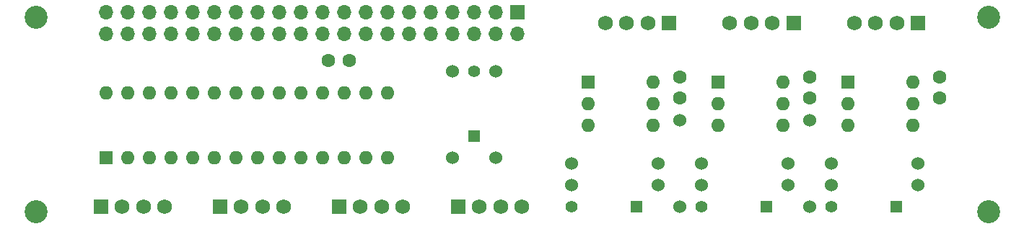
<source format=gbr>
G04 #@! TF.FileFunction,Soldermask,Bot*
%FSLAX46Y46*%
G04 Gerber Fmt 4.6, Leading zero omitted, Abs format (unit mm)*
G04 Created by KiCad (PCBNEW 4.0.6) date Tue Sep 19 20:34:46 2017*
%MOMM*%
%LPD*%
G01*
G04 APERTURE LIST*
%ADD10C,0.100000*%
%ADD11R,1.700000X1.700000*%
%ADD12O,1.700000X1.700000*%
%ADD13R,1.600000X1.600000*%
%ADD14O,1.600000X1.600000*%
%ADD15C,1.600000*%
%ADD16C,1.524000*%
%ADD17R,1.397000X1.397000*%
%ADD18C,1.397000*%
%ADD19C,2.700000*%
%ADD20R,1.750000X1.750000*%
%ADD21C,1.750000*%
G04 APERTURE END LIST*
D10*
D11*
X118110000Y-104140000D03*
D12*
X118110000Y-106680000D03*
X115570000Y-104140000D03*
X115570000Y-106680000D03*
X113030000Y-104140000D03*
X113030000Y-106680000D03*
X110490000Y-104140000D03*
X110490000Y-106680000D03*
X107950000Y-104140000D03*
X107950000Y-106680000D03*
X105410000Y-104140000D03*
X105410000Y-106680000D03*
X102870000Y-104140000D03*
X102870000Y-106680000D03*
X100330000Y-104140000D03*
X100330000Y-106680000D03*
X97790000Y-104140000D03*
X97790000Y-106680000D03*
X95250000Y-104140000D03*
X95250000Y-106680000D03*
X92710000Y-104140000D03*
X92710000Y-106680000D03*
X90170000Y-104140000D03*
X90170000Y-106680000D03*
X87630000Y-104140000D03*
X87630000Y-106680000D03*
X85090000Y-104140000D03*
X85090000Y-106680000D03*
X82550000Y-104140000D03*
X82550000Y-106680000D03*
X80010000Y-104140000D03*
X80010000Y-106680000D03*
X77470000Y-104140000D03*
X77470000Y-106680000D03*
X74930000Y-104140000D03*
X74930000Y-106680000D03*
X72390000Y-104140000D03*
X72390000Y-106680000D03*
X69850000Y-104140000D03*
X69850000Y-106680000D03*
D13*
X69850000Y-121285000D03*
D14*
X102870000Y-113665000D03*
X72390000Y-121285000D03*
X100330000Y-113665000D03*
X74930000Y-121285000D03*
X97790000Y-113665000D03*
X77470000Y-121285000D03*
X95250000Y-113665000D03*
X80010000Y-121285000D03*
X92710000Y-113665000D03*
X82550000Y-121285000D03*
X90170000Y-113665000D03*
X85090000Y-121285000D03*
X87630000Y-113665000D03*
X87630000Y-121285000D03*
X85090000Y-113665000D03*
X90170000Y-121285000D03*
X82550000Y-113665000D03*
X92710000Y-121285000D03*
X80010000Y-113665000D03*
X95250000Y-121285000D03*
X77470000Y-113665000D03*
X97790000Y-121285000D03*
X74930000Y-113665000D03*
X100330000Y-121285000D03*
X72390000Y-113665000D03*
X102870000Y-121285000D03*
X69850000Y-113665000D03*
D13*
X126365000Y-112395000D03*
D14*
X133985000Y-117475000D03*
X126365000Y-114935000D03*
X133985000Y-114935000D03*
X126365000Y-117475000D03*
X133985000Y-112395000D03*
D13*
X141605000Y-112395000D03*
D14*
X149225000Y-117475000D03*
X141605000Y-114935000D03*
X149225000Y-114935000D03*
X141605000Y-117475000D03*
X149225000Y-112395000D03*
D13*
X156845000Y-112395000D03*
D14*
X164465000Y-117475000D03*
X156845000Y-114935000D03*
X164465000Y-114935000D03*
X156845000Y-117475000D03*
X164465000Y-112395000D03*
D15*
X137160000Y-111760000D03*
X137160000Y-114260000D03*
X152400000Y-111760000D03*
X152400000Y-114260000D03*
X167640000Y-111760000D03*
X167640000Y-114260000D03*
D16*
X134620000Y-124460000D03*
X124460000Y-124460000D03*
X124460000Y-121920000D03*
X134620000Y-121920000D03*
X110490000Y-111125000D03*
X110490000Y-121285000D03*
X137160000Y-127000000D03*
X137160000Y-116840000D03*
X139700000Y-121920000D03*
X149860000Y-121920000D03*
X139700000Y-124460000D03*
X149860000Y-124460000D03*
X154940000Y-121920000D03*
X165100000Y-121920000D03*
X154940000Y-124460000D03*
X165100000Y-124460000D03*
X152400000Y-116840000D03*
X152400000Y-127000000D03*
X115570000Y-121285000D03*
X115570000Y-111125000D03*
D17*
X132080000Y-127000000D03*
D18*
X124460000Y-127000000D03*
D17*
X113030000Y-118745000D03*
D18*
X113030000Y-111125000D03*
D17*
X147320000Y-127000000D03*
D18*
X139700000Y-127000000D03*
D17*
X162560000Y-127000000D03*
D18*
X154940000Y-127000000D03*
D19*
X61595000Y-104775000D03*
X61595000Y-127635000D03*
X173355000Y-104775000D03*
X173355000Y-127635000D03*
D15*
X95885000Y-109855000D03*
X98385000Y-109855000D03*
D20*
X69215000Y-127000000D03*
D21*
X71715000Y-127000000D03*
X74215000Y-127000000D03*
X76715000Y-127000000D03*
D20*
X83185000Y-127000000D03*
D21*
X85685000Y-127000000D03*
X88185000Y-127000000D03*
X90685000Y-127000000D03*
D20*
X97155000Y-127000000D03*
D21*
X99655000Y-127000000D03*
X102155000Y-127000000D03*
X104655000Y-127000000D03*
D20*
X111125000Y-127000000D03*
D21*
X113625000Y-127000000D03*
X116125000Y-127000000D03*
X118625000Y-127000000D03*
D20*
X135890000Y-105410000D03*
D21*
X133390000Y-105410000D03*
X130890000Y-105410000D03*
X128390000Y-105410000D03*
D20*
X150495000Y-105410000D03*
D21*
X147995000Y-105410000D03*
X145495000Y-105410000D03*
X142995000Y-105410000D03*
D20*
X165100000Y-105410000D03*
D21*
X162600000Y-105410000D03*
X160100000Y-105410000D03*
X157600000Y-105410000D03*
M02*

</source>
